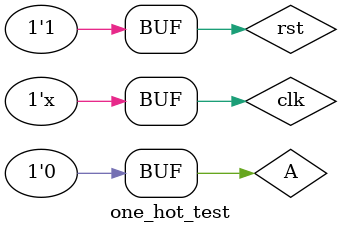
<source format=v>
`timescale 1ns / 1ps


module one_hot_test();

	reg clk=0;
	reg rst;
	reg A;
	wire F;
	wire G;

	one_hot U1(
		.clk(clk),
		.rst(rst),
		.A(A),
		.F(F),
		.G(G));

	always begin
		#10; 
		clk = ~clk;
	end

	always begin
		rst = 0;
		#100;
		rst = 1;
		#100;
	end

	always begin 
		A = 1;
		#20;
		A = 0;
		#20;
	end
endmodule

</source>
